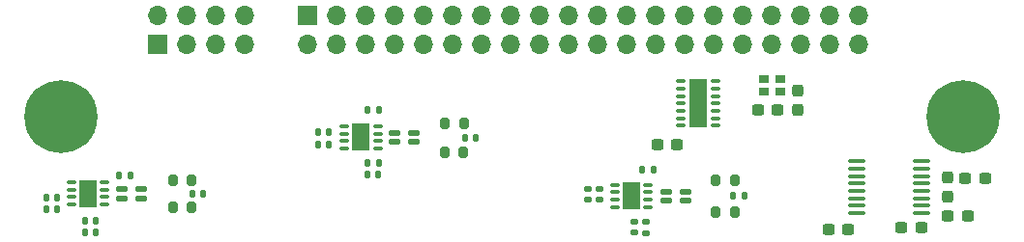
<source format=gbr>
%TF.GenerationSoftware,KiCad,Pcbnew,7.0.8*%
%TF.CreationDate,2024-02-10T17:45:33+01:00*%
%TF.ProjectId,HatV4,48617456-342e-46b6-9963-61645f706362,V2*%
%TF.SameCoordinates,Original*%
%TF.FileFunction,Soldermask,Top*%
%TF.FilePolarity,Negative*%
%FSLAX46Y46*%
G04 Gerber Fmt 4.6, Leading zero omitted, Abs format (unit mm)*
G04 Created by KiCad (PCBNEW 7.0.8) date 2024-02-10 17:45:33*
%MOMM*%
%LPD*%
G01*
G04 APERTURE LIST*
G04 Aperture macros list*
%AMRoundRect*
0 Rectangle with rounded corners*
0 $1 Rounding radius*
0 $2 $3 $4 $5 $6 $7 $8 $9 X,Y pos of 4 corners*
0 Add a 4 corners polygon primitive as box body*
4,1,4,$2,$3,$4,$5,$6,$7,$8,$9,$2,$3,0*
0 Add four circle primitives for the rounded corners*
1,1,$1+$1,$2,$3*
1,1,$1+$1,$4,$5*
1,1,$1+$1,$6,$7*
1,1,$1+$1,$8,$9*
0 Add four rect primitives between the rounded corners*
20,1,$1+$1,$2,$3,$4,$5,0*
20,1,$1+$1,$4,$5,$6,$7,0*
20,1,$1+$1,$6,$7,$8,$9,0*
20,1,$1+$1,$8,$9,$2,$3,0*%
G04 Aperture macros list end*
%ADD10RoundRect,0.237500X-0.300000X-0.237500X0.300000X-0.237500X0.300000X0.237500X-0.300000X0.237500X0*%
%ADD11R,1.700000X1.700000*%
%ADD12O,1.700000X1.700000*%
%ADD13RoundRect,0.100000X0.637500X0.100000X-0.637500X0.100000X-0.637500X-0.100000X0.637500X-0.100000X0*%
%ADD14RoundRect,0.140000X0.140000X0.170000X-0.140000X0.170000X-0.140000X-0.170000X0.140000X-0.170000X0*%
%ADD15RoundRect,0.020000X-0.430000X0.180000X-0.430000X-0.180000X0.430000X-0.180000X0.430000X0.180000X0*%
%ADD16RoundRect,0.140000X0.170000X-0.140000X0.170000X0.140000X-0.170000X0.140000X-0.170000X-0.140000X0*%
%ADD17RoundRect,0.140000X-0.140000X-0.170000X0.140000X-0.170000X0.140000X0.170000X-0.140000X0.170000X0*%
%ADD18RoundRect,0.140000X-0.170000X0.140000X-0.170000X-0.140000X0.170000X-0.140000X0.170000X0.140000X0*%
%ADD19O,0.850000X0.350000*%
%ADD20R,1.650000X4.250000*%
%ADD21RoundRect,0.200000X0.200000X0.275000X-0.200000X0.275000X-0.200000X-0.275000X0.200000X-0.275000X0*%
%ADD22RoundRect,0.135000X-0.135000X-0.185000X0.135000X-0.185000X0.135000X0.185000X-0.135000X0.185000X0*%
%ADD23RoundRect,0.075000X-0.350000X-0.075000X0.350000X-0.075000X0.350000X0.075000X-0.350000X0.075000X0*%
%ADD24R,1.600000X2.400000*%
%ADD25RoundRect,0.200000X-0.200000X-0.275000X0.200000X-0.275000X0.200000X0.275000X-0.200000X0.275000X0*%
%ADD26R,0.900000X0.800000*%
%ADD27RoundRect,0.237500X0.300000X0.237500X-0.300000X0.237500X-0.300000X-0.237500X0.300000X-0.237500X0*%
%ADD28RoundRect,0.237500X-0.237500X0.300000X-0.237500X-0.300000X0.237500X-0.300000X0.237500X0.300000X0*%
%ADD29RoundRect,0.135000X0.135000X0.185000X-0.135000X0.185000X-0.135000X-0.185000X0.135000X-0.185000X0*%
%ADD30C,0.800000*%
%ADD31C,6.400000*%
G04 APERTURE END LIST*
D10*
%TO.C,C11*%
X166421900Y-103381000D03*
X168146900Y-103381000D03*
%TD*%
D11*
%TO.C,J5*%
X126970438Y-95045962D03*
D12*
X126970438Y-97585962D03*
X129510438Y-95045962D03*
X129510438Y-97585962D03*
X132050438Y-95045962D03*
X132050438Y-97585962D03*
X134590438Y-95045962D03*
X134590438Y-97585962D03*
X137130438Y-95045962D03*
X137130438Y-97585962D03*
X139670438Y-95045962D03*
X139670438Y-97585962D03*
X142210438Y-95045962D03*
X142210438Y-97585962D03*
X144750438Y-95045962D03*
X144750438Y-97585962D03*
X147290438Y-95045962D03*
X147290438Y-97585962D03*
X149830438Y-95045962D03*
X149830438Y-97585962D03*
X152370438Y-95045962D03*
X152370438Y-97585962D03*
X154910438Y-95045962D03*
X154910438Y-97585962D03*
X157450438Y-95045962D03*
X157450438Y-97585962D03*
X159990438Y-95045962D03*
X159990438Y-97585962D03*
X162530438Y-95045962D03*
X162530438Y-97585962D03*
X165070438Y-95045962D03*
X165070438Y-97585962D03*
X167610438Y-95045962D03*
X167610438Y-97585962D03*
X170150438Y-95045962D03*
X170150438Y-97585962D03*
X172690438Y-95045962D03*
X172690438Y-97585962D03*
X175230438Y-95045962D03*
X175230438Y-97585962D03*
%TD*%
D13*
%TO.C,U6*%
X180746400Y-112423800D03*
X180746400Y-111773800D03*
X180746400Y-111123800D03*
X180746400Y-110473800D03*
X180746400Y-109823800D03*
X180746400Y-109173800D03*
X180746400Y-108523800D03*
X180746400Y-107873800D03*
X175021400Y-107873800D03*
X175021400Y-108523800D03*
X175021400Y-109173800D03*
X175021400Y-109823800D03*
X175021400Y-110473800D03*
X175021400Y-111123800D03*
X175021400Y-111773800D03*
X175021400Y-112423800D03*
%TD*%
D14*
%TO.C,C2*%
X108455400Y-113055400D03*
X107495400Y-113055400D03*
%TD*%
D15*
%TO.C,FL3*%
X158381778Y-110526378D03*
X158381778Y-111326378D03*
X160081778Y-111326378D03*
X160081778Y-110526378D03*
%TD*%
D16*
%TO.C,C21*%
X152552400Y-111249400D03*
X152552400Y-110289400D03*
%TD*%
D14*
%TO.C,C8*%
X128851600Y-105283000D03*
X127891600Y-105283000D03*
%TD*%
D17*
%TO.C,C5*%
X116893400Y-110722222D03*
X117853400Y-110722222D03*
%TD*%
D10*
%TO.C,C15*%
X183060000Y-112674400D03*
X184785000Y-112674400D03*
%TD*%
D14*
%TO.C,C7*%
X133192400Y-107975400D03*
X132232400Y-107975400D03*
%TD*%
D15*
%TO.C,FL1*%
X110700022Y-110322222D03*
X110700022Y-111122222D03*
X112400022Y-111122222D03*
X112400022Y-110322222D03*
%TD*%
D18*
%TO.C,C20*%
X156573978Y-113206578D03*
X156573978Y-114166578D03*
%TD*%
D10*
%TO.C,C16*%
X184556400Y-109397800D03*
X186281400Y-109397800D03*
%TD*%
D19*
%TO.C,U5*%
X162689800Y-104749600D03*
X162689800Y-104099600D03*
X162689800Y-103449600D03*
X162689800Y-102799600D03*
X162689800Y-102149600D03*
X162689800Y-101499600D03*
X162689800Y-100849600D03*
X159689800Y-100849600D03*
X159689800Y-101499600D03*
X159689800Y-102149600D03*
X159689800Y-102799600D03*
X159689800Y-103449600D03*
X159689800Y-104099600D03*
X159689800Y-104749600D03*
D20*
X161189800Y-102799600D03*
%TD*%
D21*
%TO.C,R6*%
X140639675Y-107045465D03*
X138989675Y-107045465D03*
%TD*%
D17*
%TO.C,C23*%
X164264400Y-110907378D03*
X165224400Y-110907378D03*
%TD*%
D22*
%TO.C,R1*%
X110493222Y-109096622D03*
X111513222Y-109096622D03*
%TD*%
D21*
%TO.C,R9*%
X164362400Y-112293400D03*
X162712400Y-112293400D03*
%TD*%
D14*
%TO.C,C6*%
X133164400Y-108991400D03*
X132204400Y-108991400D03*
%TD*%
D23*
%TO.C,U1*%
X106276422Y-109706222D03*
X106276422Y-110356222D03*
X106276422Y-111006222D03*
X106276422Y-111656222D03*
X109176422Y-111656222D03*
X109176422Y-111006222D03*
X109176422Y-110356222D03*
X109176422Y-109706222D03*
D24*
X107726422Y-110681222D03*
%TD*%
D25*
%TO.C,R8*%
X162712400Y-109499400D03*
X164362400Y-109499400D03*
%TD*%
D26*
%TO.C,Y1*%
X168348800Y-100607000D03*
X166948800Y-100607000D03*
X166948800Y-101707000D03*
X168348800Y-101707000D03*
%TD*%
D18*
%TO.C,C19*%
X155557978Y-113178578D03*
X155557978Y-114138578D03*
%TD*%
D27*
%TO.C,C17*%
X180719900Y-113665000D03*
X178994900Y-113665000D03*
%TD*%
D25*
%TO.C,R5*%
X139027400Y-104546400D03*
X140677400Y-104546400D03*
%TD*%
D27*
%TO.C,C14*%
X174294800Y-113817400D03*
X172569800Y-113817400D03*
%TD*%
D16*
%TO.C,C22*%
X151536400Y-111249400D03*
X151536400Y-110289400D03*
%TD*%
D28*
%TO.C,C12*%
X169875200Y-101630600D03*
X169875200Y-103355600D03*
%TD*%
D14*
%TO.C,C3*%
X105029000Y-112064800D03*
X104069000Y-112064800D03*
%TD*%
D25*
%TO.C,R2*%
X115199778Y-109499400D03*
X116849778Y-109499400D03*
%TD*%
D21*
%TO.C,R3*%
X116849778Y-111912400D03*
X115199778Y-111912400D03*
%TD*%
D29*
%TO.C,R7*%
X157253400Y-108610400D03*
X156233400Y-108610400D03*
%TD*%
D14*
%TO.C,C4*%
X105029000Y-111048800D03*
X104069000Y-111048800D03*
%TD*%
D17*
%TO.C,C10*%
X140769400Y-105796022D03*
X141729400Y-105796022D03*
%TD*%
D28*
%TO.C,C18*%
X183032400Y-109271900D03*
X183032400Y-110996900D03*
%TD*%
D27*
%TO.C,C13*%
X159333100Y-106400600D03*
X157608100Y-106400600D03*
%TD*%
D23*
%TO.C,U7*%
X153853978Y-109928578D03*
X153853978Y-110578578D03*
X153853978Y-111228578D03*
X153853978Y-111878578D03*
X156753978Y-111878578D03*
X156753978Y-111228578D03*
X156753978Y-110578578D03*
X156753978Y-109928578D03*
D24*
X155303978Y-110903578D03*
%TD*%
D14*
%TO.C,C9*%
X128851600Y-106426000D03*
X127891600Y-106426000D03*
%TD*%
D29*
%TO.C,R4*%
X133275800Y-103352600D03*
X132255800Y-103352600D03*
%TD*%
D14*
%TO.C,C1*%
X108455400Y-114071400D03*
X107495400Y-114071400D03*
%TD*%
D15*
%TO.C,FL2*%
X134585022Y-105354622D03*
X134585022Y-106154622D03*
X136285022Y-106154622D03*
X136285022Y-105354622D03*
%TD*%
D30*
%TO.C,H1*%
X102980438Y-103923800D03*
X103683382Y-102226744D03*
X103683382Y-105620856D03*
X105380438Y-101523800D03*
D31*
X105380438Y-103923800D03*
D30*
X105380438Y-106323800D03*
X107077494Y-102226744D03*
X107077494Y-105620856D03*
X107780438Y-103923800D03*
%TD*%
D23*
%TO.C,U3*%
X130210022Y-104780022D03*
X130210022Y-105430022D03*
X130210022Y-106080022D03*
X130210022Y-106730022D03*
X133110022Y-106730022D03*
X133110022Y-106080022D03*
X133110022Y-105430022D03*
X133110022Y-104780022D03*
D24*
X131660022Y-105755022D03*
%TD*%
D30*
%TO.C,H2*%
X181979438Y-103935962D03*
X182682382Y-102238906D03*
X182682382Y-105633018D03*
X184379438Y-101535962D03*
D31*
X184379438Y-103935962D03*
D30*
X184379438Y-106335962D03*
X186076494Y-102238906D03*
X186076494Y-105633018D03*
X186779438Y-103935962D03*
%TD*%
D11*
%TO.C,J6*%
X113818238Y-97585962D03*
D12*
X113818238Y-95045962D03*
X116358238Y-97585962D03*
X116358238Y-95045962D03*
X118898238Y-97585962D03*
X118898238Y-95045962D03*
X121438238Y-97585962D03*
X121438238Y-95045962D03*
%TD*%
M02*

</source>
